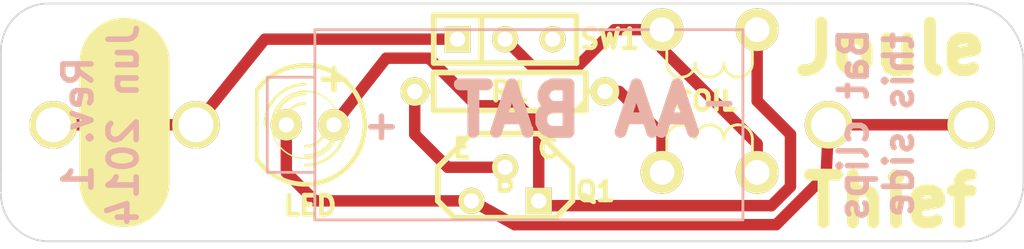
<source format=kicad_pcb>
(kicad_pcb (version 3) (host pcbnew "(2013-07-07 BZR 4022)-stable")

  (general
    (links 11)
    (no_connects 0)
    (area 127.842858 110.109 182.676001 125.52519)
    (thickness 1.6)
    (drawings 24)
    (tracks 38)
    (zones 0)
    (modules 6)
    (nets 7)
  )

  (page USLetter)
  (layers
    (15 F.Cu signal)
    (0 B.Cu signal)
    (16 B.Adhes user)
    (17 F.Adhes user)
    (18 B.Paste user)
    (19 F.Paste user)
    (20 B.SilkS user)
    (21 F.SilkS user)
    (22 B.Mask user)
    (23 F.Mask user)
    (24 Dwgs.User user)
    (25 Cmts.User user)
    (26 Eco1.User user)
    (27 Eco2.User user)
    (28 Edge.Cuts user)
  )

  (setup
    (last_trace_width 0.6096)
    (user_trace_width 0.3048)
    (user_trace_width 0.4064)
    (user_trace_width 0.6096)
    (trace_clearance 0.254)
    (zone_clearance 0.508)
    (zone_45_only no)
    (trace_min 0.254)
    (segment_width 0.2)
    (edge_width 0.1)
    (via_size 0.889)
    (via_drill 0.635)
    (via_min_size 0.889)
    (via_min_drill 0.508)
    (uvia_size 0.508)
    (uvia_drill 0.127)
    (uvias_allowed no)
    (uvia_min_size 0.508)
    (uvia_min_drill 0.127)
    (pcb_text_width 0.3)
    (pcb_text_size 1.5 1.5)
    (mod_edge_width 0.15)
    (mod_text_size 1 1)
    (mod_text_width 0.15)
    (pad_size 2.286 2.286)
    (pad_drill 1.3208)
    (pad_to_mask_clearance 0)
    (aux_axis_origin 0 0)
    (visible_elements 7FFFFFFF)
    (pcbplotparams
      (layerselection 284196865)
      (usegerberextensions true)
      (excludeedgelayer true)
      (linewidth 0.150000)
      (plotframeref false)
      (viasonmask false)
      (mode 1)
      (useauxorigin false)
      (hpglpennumber 1)
      (hpglpenspeed 20)
      (hpglpendiameter 15)
      (hpglpenoverlay 2)
      (psnegative false)
      (psa4output false)
      (plotreference true)
      (plotvalue true)
      (plotothertext true)
      (plotinvisibletext false)
      (padsonsilk false)
      (subtractmaskfromsilk false)
      (outputformat 1)
      (mirror false)
      (drillshape 0)
      (scaleselection 1)
      (outputdirectory single_side_gerbers/))
  )

  (net 0 "")
  (net 1 /GND)
  (net 2 N-000001)
  (net 3 N-000002)
  (net 4 N-000003)
  (net 5 N-000004)
  (net 6 N-000005)

  (net_class Default "This is the default net class."
    (clearance 0.254)
    (trace_width 0.254)
    (via_dia 0.889)
    (via_drill 0.635)
    (uvia_dia 0.508)
    (uvia_drill 0.127)
    (add_net "")
    (add_net /GND)
    (add_net N-000001)
    (add_net N-000002)
    (add_net N-000003)
    (add_net N-000004)
    (add_net N-000005)
  )

  (module TRANS_JOULE_THIEF (layer F.Cu) (tedit 53AC574D) (tstamp 537E53E7)
    (at 165.862 118.11 180)
    (path /536BD944)
    (fp_text reference T1 (at 0.254 -4.318 180) (layer F.SilkS) hide
      (effects (font (size 1 1) (thickness 0.15)))
    )
    (fp_text value COIL (at 0.254 1.27 180) (layer F.SilkS)
      (effects (font (size 1 1) (thickness 0.25)))
    )
    (fp_line (start 2.286 3.302) (end 2.286 4.064) (layer F.SilkS) (width 0.15))
    (fp_line (start -2.286 3.302) (end -2.286 4.064) (layer F.SilkS) (width 0.15))
    (fp_line (start 2.286 -0.762) (end 2.286 -1.524) (layer F.SilkS) (width 0.15))
    (fp_line (start -2.286 -0.762) (end -2.286 -1.524) (layer F.SilkS) (width 0.15))
    (fp_arc (start 1.524 3.302) (end 1.524 2.54) (angle 90) (layer F.SilkS) (width 0.15))
    (fp_arc (start 1.524 3.302) (end 0.762 3.302) (angle 90) (layer F.SilkS) (width 0.15))
    (fp_arc (start 0 3.302) (end 0 2.54) (angle 90) (layer F.SilkS) (width 0.15))
    (fp_arc (start 0 3.302) (end -0.762 3.302) (angle 90) (layer F.SilkS) (width 0.15))
    (fp_arc (start -1.524 3.302) (end -1.524 2.54) (angle 90) (layer F.SilkS) (width 0.15))
    (fp_arc (start -1.524 3.302) (end -2.286 3.302) (angle 90) (layer F.SilkS) (width 0.15))
    (fp_arc (start 1.524 -0.762) (end 2.286 -0.762) (angle 90) (layer F.SilkS) (width 0.15))
    (fp_arc (start 1.524 -0.762) (end 1.524 0) (angle 90) (layer F.SilkS) (width 0.15))
    (fp_arc (start 0 -0.762) (end 0.762 -0.762) (angle 90) (layer F.SilkS) (width 0.15))
    (fp_arc (start 0 -0.762) (end 0 0) (angle 90) (layer F.SilkS) (width 0.15))
    (fp_arc (start -1.524 -0.762) (end -0.762 -0.762) (angle 90) (layer F.SilkS) (width 0.15))
    (fp_arc (start -1.524 -0.762) (end -1.524 0) (angle 90) (layer F.SilkS) (width 0.15))
    (pad 1 thru_hole circle (at -2.54 -2.54 180) (size 2.286 2.286) (drill 1.3208)
      (layers *.Cu *.Mask F.SilkS)
      (net 5 N-000004)
    )
    (pad 2 thru_hole circle (at 2.54 -2.54 180) (size 2.286 2.286) (drill 1.3208)
      (layers *.Cu *.Mask F.SilkS)
      (net 4 N-000003)
    )
    (pad 3 thru_hole circle (at -2.54 5.08 180) (size 2.286 2.286) (drill 1.3208)
      (layers *.Cu *.Mask F.SilkS)
      (net 2 N-000001)
    )
    (pad 4 thru_hole circle (at 2.54 5.08 180) (size 2.286 2.286) (drill 1.3208)
      (layers *.Cu *.Mask F.SilkS)
      (net 5 N-000004)
    )
  )

  (module BAT_CLIP (layer F.Cu) (tedit 53AC568E) (tstamp 538B9F1D)
    (at 155.448 118.11)
    (path /536BD889)
    (fp_text reference BT1 (at 0 -2.54) (layer F.SilkS) hide
      (effects (font (size 1 1) (thickness 0.15)))
    )
    (fp_text value BATTERY (at 0 2.54) (layer F.SilkS) hide
      (effects (font (size 1 1) (thickness 0.15)))
    )
    (fp_line (start -10.668 -2.54) (end -13.208 -2.54) (layer B.SilkS) (width 0.15))
    (fp_line (start -13.208 -2.54) (end -13.208 2.54) (layer B.SilkS) (width 0.15))
    (fp_line (start -13.208 2.54) (end -10.668 2.54) (layer B.SilkS) (width 0.15))
    (fp_line (start -10.668 -5.08) (end -10.668 5.08) (layer B.SilkS) (width 0.15))
    (fp_line (start -10.668 5.08) (end 12.192 5.08) (layer B.SilkS) (width 0.15))
    (fp_line (start 12.192 5.08) (end 12.192 -5.08) (layer B.SilkS) (width 0.15))
    (fp_line (start 12.192 -5.08) (end -10.668 -5.08) (layer B.SilkS) (width 0.15))
    (pad 1 thru_hole circle (at -17.018 0) (size 2.54 2.54) (drill 1.8542)
      (layers *.Cu *.Mask F.SilkS)
      (net 6 N-000005)
    )
    (pad 1 thru_hole circle (at -24.638 0) (size 2.54 2.54) (drill 1.8542)
      (layers *.Cu *.Mask F.SilkS)
      (net 6 N-000005)
    )
    (pad 2 thru_hole circle (at 16.764 0) (size 2.54 2.54) (drill 1.8542)
      (layers *.Cu *.Mask F.SilkS)
      (net 1 /GND)
    )
    (pad 2 thru_hole circle (at 24.384 0) (size 2.54 2.54) (drill 1.8542)
      (layers *.Cu *.Mask F.SilkS)
      (net 1 /GND)
    )
  )

  (module TO92-123 (layer F.Cu) (tedit 54526BBC) (tstamp 537E56AD)
    (at 154.94 122.174 315)
    (descr "Transistor TO92 brochage type BC237")
    (tags "TR TO92")
    (path /536BDA18)
    (fp_text reference Q1 (at -1.27 3.81 315) (layer F.SilkS) hide
      (effects (font (size 1.016 1.016) (thickness 0.2032)))
    )
    (fp_text value PN2222A (at -0.898026 -0.898026 405) (layer F.SilkS) hide
      (effects (font (size 1.016 1.016) (thickness 0.2032)))
    )
    (fp_line (start -1.27 2.54) (end 2.54 -1.27) (layer F.SilkS) (width 0.3048))
    (fp_line (start 2.54 -1.27) (end 2.54 -2.54) (layer F.SilkS) (width 0.3048))
    (fp_line (start 2.54 -2.54) (end 1.27 -3.81) (layer F.SilkS) (width 0.3048))
    (fp_line (start 1.27 -3.81) (end -1.27 -3.81) (layer F.SilkS) (width 0.3048))
    (fp_line (start -1.27 -3.81) (end -3.81 -1.27) (layer F.SilkS) (width 0.3048))
    (fp_line (start -3.81 -1.27) (end -3.81 1.27) (layer F.SilkS) (width 0.3048))
    (fp_line (start -3.81 1.27) (end -2.54 2.54) (layer F.SilkS) (width 0.3048))
    (fp_line (start -2.54 2.54) (end -1.27 2.54) (layer F.SilkS) (width 0.3048))
    (pad 3 thru_hole rect (at 1.27 -1.27) (size 1.397 1.397) (drill 0.8128)
      (layers *.Cu *.Mask F.SilkS)
      (net 2 N-000001)
    )
    (pad 2 thru_hole circle (at -1.27 -1.27 315) (size 1.397 1.397) (drill 0.8128)
      (layers *.Cu *.Mask F.SilkS)
      (net 3 N-000002)
    )
    (pad 1 thru_hole circle (at -1.27 1.27 315) (size 1.397 1.397) (drill 0.8128)
      (layers *.Cu *.Mask F.SilkS)
      (net 1 /GND)
    )
    (model discret/to98.wrl
      (at (xyz 0 0 0))
      (scale (xyz 1 1 1))
      (rotate (xyz 0 0 0))
    )
  )

  (module R4 (layer F.Cu) (tedit 538BAA4F) (tstamp 536BE102)
    (at 155.194 116.332 180)
    (descr "Resitance 4 pas")
    (tags R)
    (path /536BD99A)
    (autoplace_cost180 10)
    (fp_text reference R1 (at 0 0 180) (layer F.SilkS)
      (effects (font (size 1.016 1.016) (thickness 0.254)))
    )
    (fp_text value 1000 (at 0 0 180) (layer F.SilkS) hide
      (effects (font (size 1.397 1.27) (thickness 0.2032)))
    )
    (fp_line (start -5.08 0) (end -4.064 0) (layer F.SilkS) (width 0.3048))
    (fp_line (start -4.064 0) (end -4.064 -1.016) (layer F.SilkS) (width 0.3048))
    (fp_line (start -4.064 -1.016) (end 4.064 -1.016) (layer F.SilkS) (width 0.3048))
    (fp_line (start 4.064 -1.016) (end 4.064 1.016) (layer F.SilkS) (width 0.3048))
    (fp_line (start 4.064 1.016) (end -4.064 1.016) (layer F.SilkS) (width 0.3048))
    (fp_line (start -4.064 1.016) (end -4.064 0) (layer F.SilkS) (width 0.3048))
    (fp_line (start -4.064 -0.508) (end -3.556 -1.016) (layer F.SilkS) (width 0.3048))
    (fp_line (start 5.08 0) (end 4.064 0) (layer F.SilkS) (width 0.3048))
    (pad 1 thru_hole circle (at -5.08 0 180) (size 1.524 1.524) (drill 0.8128)
      (layers *.Cu *.Mask F.SilkS)
      (net 4 N-000003)
    )
    (pad 2 thru_hole circle (at 5.08 0 180) (size 1.524 1.524) (drill 0.8128)
      (layers *.Cu *.Mask F.SilkS)
      (net 3 N-000002)
    )
    (model discret/resistor.wrl
      (at (xyz 0 0 0))
      (scale (xyz 0.4 0.4 0.4))
      (rotate (xyz 0 0 0))
    )
  )

  (module MICROSWITCH_SPST (layer F.Cu) (tedit 538BA215) (tstamp 538B9BF9)
    (at 154.94 113.538)
    (descr "Connecteur 3 pins")
    (tags "CONN DEV")
    (path /536BD975)
    (fp_text reference SW1 (at 5.588 0) (layer F.SilkS)
      (effects (font (size 1.016 1.016) (thickness 0.254)))
    )
    (fp_text value SPST (at 0 -2.54) (layer F.SilkS) hide
      (effects (font (size 1.016 1.016) (thickness 0.254)))
    )
    (fp_line (start -3.81 1.27) (end -3.81 -1.27) (layer F.SilkS) (width 0.3048))
    (fp_line (start -3.81 -1.27) (end 3.81 -1.27) (layer F.SilkS) (width 0.3048))
    (fp_line (start 3.81 -1.27) (end 3.81 1.27) (layer F.SilkS) (width 0.3048))
    (fp_line (start 3.81 1.27) (end -3.81 1.27) (layer F.SilkS) (width 0.3048))
    (fp_line (start -1.27 -1.27) (end -1.27 1.27) (layer F.SilkS) (width 0.3048))
    (pad 1 thru_hole rect (at -2.54 0) (size 1.397 1.397) (drill 0.8128)
      (layers *.Cu *.Mask F.SilkS)
      (net 6 N-000005)
    )
    (pad 2 thru_hole circle (at 0 0) (size 1.397 1.397) (drill 0.8128)
      (layers *.Cu *.Mask F.SilkS)
      (net 5 N-000004)
    )
    (pad 3 thru_hole circle (at 2.54 0) (size 1.397 1.397) (drill 0.8128)
      (layers *.Cu *.Mask F.SilkS)
    )
    (model device/switch_slide_straight_terminal.wrl
      (at (xyz 0 0 0))
      (scale (xyz 0.33 0.33 0.33))
      (rotate (xyz 0 0 0))
    )
  )

  (module LED-5MM (layer F.Cu) (tedit 538BAA72) (tstamp 536BE01A)
    (at 144.526 118.11 180)
    (descr "LED 5mm - Lead pitch 100mil (2,54mm)")
    (tags "LED led 5mm 5MM 100mil 2,54mm")
    (path /536BDA2F)
    (fp_text reference LED (at 0 -4.318 180) (layer F.SilkS)
      (effects (font (size 1.016 1.016) (thickness 0.254)))
    )
    (fp_text value LED (at 0 3.81 180) (layer F.SilkS) hide
      (effects (font (size 0.762 0.762) (thickness 0.0889)))
    )
    (fp_line (start 2.8448 1.905) (end 2.8448 -1.905) (layer F.SilkS) (width 0.2032))
    (fp_circle (center 0.254 0) (end -1.016 1.27) (layer F.SilkS) (width 0.0762))
    (fp_arc (start 0.254 0) (end 2.794 1.905) (angle 286.2) (layer F.SilkS) (width 0.254))
    (fp_arc (start 0.254 0) (end -0.889 0) (angle 90) (layer F.SilkS) (width 0.1524))
    (fp_arc (start 0.254 0) (end 1.397 0) (angle 90) (layer F.SilkS) (width 0.1524))
    (fp_arc (start 0.254 0) (end -1.397 0) (angle 90) (layer F.SilkS) (width 0.1524))
    (fp_arc (start 0.254 0) (end 1.905 0) (angle 90) (layer F.SilkS) (width 0.1524))
    (fp_arc (start 0.254 0) (end -1.905 0) (angle 90) (layer F.SilkS) (width 0.1524))
    (fp_arc (start 0.254 0) (end 2.413 0) (angle 90) (layer F.SilkS) (width 0.1524))
    (pad 1 thru_hole circle (at -1.27 0 180) (size 1.6764 1.6764) (drill 0.8128)
      (layers *.Cu *.Mask F.SilkS)
      (net 2 N-000001)
    )
    (pad 2 thru_hole circle (at 1.27 0 180) (size 1.6764 1.6764) (drill 0.8128)
      (layers *.Cu *.Mask F.SilkS)
      (net 1 /GND)
    )
    (model discret/leds/led5_vertical_verde.wrl
      (at (xyz 0 0 0))
      (scale (xyz 1 1 1))
      (rotate (xyz 0 0 0))
    )
  )

  (gr_line (start 128.016 121.666) (end 128.016 120.396) (angle 90) (layer Edge.Cuts) (width 0.1))
  (gr_line (start 182.626 121.158) (end 182.626 119.888) (angle 90) (layer Edge.Cuts) (width 0.1))
  (gr_text - (at 166.37 117.094 180) (layer B.SilkS)
    (effects (font (size 1.5 1.5) (thickness 0.3)) (justify mirror))
  )
  (gr_text + (at 148.336 118.11) (layer B.SilkS)
    (effects (font (size 1.5 1.5) (thickness 0.3)) (justify mirror))
  )
  (gr_text "Bat clips\nthis side" (at 174.752 118.11 90) (layer B.SilkS)
    (effects (font (size 1.5 1.5) (thickness 0.3)) (justify mirror))
  )
  (gr_text Q1 (at 159.766 121.666) (layer F.SilkS)
    (effects (font (size 1.016 1.016) (thickness 0.254)))
  )
  (gr_text "AA BAT" (at 158.75 117.348) (layer B.SilkS)
    (effects (font (size 2.54 2.54) (thickness 0.635)) (justify mirror))
  )
  (gr_text "Rev. 1\nJun 2014" (at 133.35 118.11 90) (layer B.SilkS)
    (effects (font (size 1.5 1.5) (thickness 0.3)) (justify mirror))
  )
  (gr_line (start 134.62 114.808) (end 134.62 121.158) (angle 90) (layer F.SilkS) (width 4.826) (tstamp 538BA51E))
  (gr_text Thief (at 175.514 122.174) (layer F.SilkS)
    (effects (font (size 2.54 2.54) (thickness 0.635)))
  )
  (gr_text Joule (at 175.514 114.046) (layer F.SilkS)
    (effects (font (size 2.54 2.54) (thickness 0.635)))
  )
  (gr_text + (at 145.796 115.57) (layer F.SilkS)
    (effects (font (size 1.5 1.5) (thickness 0.3)))
  )
  (gr_line (start 128.016 114.173) (end 128.016 120.523) (angle 90) (layer Edge.Cuts) (width 0.1))
  (gr_line (start 182.626 114.808) (end 182.626 119.888) (angle 90) (layer Edge.Cuts) (width 0.1))
  (gr_line (start 130.556 111.633) (end 179.451 111.633) (angle 90) (layer Edge.Cuts) (width 0.1))
  (gr_line (start 179.451 124.333) (end 130.556 124.333) (angle 90) (layer Edge.Cuts) (width 0.1))
  (gr_arc (start 179.451 121.158) (end 182.626 121.158) (angle 90) (layer Edge.Cuts) (width 0.1))
  (gr_arc (start 179.451 114.808) (end 179.451 111.633) (angle 90) (layer Edge.Cuts) (width 0.1))
  (gr_arc (start 130.556 121.793) (end 130.556 124.333) (angle 90) (layer Edge.Cuts) (width 0.1))
  (gr_arc (start 130.556 114.173) (end 128.016 114.173) (angle 90) (layer Edge.Cuts) (width 0.1))
  (gr_text B (at 154.94 121.158) (layer F.SilkS)
    (effects (font (size 1.016 1.016) (thickness 0.254)))
  )
  (gr_text C (at 157.226 119.38) (layer F.SilkS)
    (effects (font (size 1.016 1.016) (thickness 0.254)))
  )
  (gr_text E (at 152.654 119.38) (layer F.SilkS)
    (effects (font (size 1.016 1.016) (thickness 0.254)))
  )
  (gr_circle (center 144.635 118.127) (end 143.635 123.127) (layer Dwgs.User) (width 0.2))

  (segment (start 143.256 118.11) (end 143.256 120.65) (width 0.6096) (layer F.Cu) (net 1))
  (segment (start 144.78 122.174) (end 153.143949 122.174) (width 0.6096) (layer F.Cu) (net 1) (tstamp 54526C19))
  (segment (start 143.256 120.65) (end 144.78 122.174) (width 0.6096) (layer F.Cu) (net 1) (tstamp 54526C18))
  (segment (start 153.143949 122.174) (end 153.162 122.174) (width 0.6096) (layer F.Cu) (net 1) (status 30))
  (segment (start 172.085 120.777) (end 172.212 118.11) (width 0.6096) (layer F.Cu) (net 1) (tstamp 54526A9B) (status 20))
  (segment (start 169.418 123.444) (end 172.085 120.777) (width 0.6096) (layer F.Cu) (net 1) (tstamp 54526A94))
  (segment (start 155.448 123.444) (end 169.418 123.444) (width 0.6096) (layer F.Cu) (net 1) (tstamp 54526A8E))
  (segment (start 153.162 122.174) (end 155.448 123.444) (width 0.6096) (layer F.Cu) (net 1) (tstamp 54526A8C) (status 10))
  (segment (start 179.832 118.11) (end 172.212 118.11) (width 0.6096) (layer F.Cu) (net 1) (status 30))
  (segment (start 156.736051 122.174) (end 156.736051 122.446051) (width 0.6096) (layer F.Cu) (net 2) (status 30))
  (segment (start 168.402 116.84) (end 168.402 113.03) (width 0.6096) (layer F.Cu) (net 2) (tstamp 54526A88))
  (segment (start 170.18 118.618) (end 168.402 116.84) (width 0.6096) (layer F.Cu) (net 2) (tstamp 54526A86))
  (segment (start 170.18 121.412) (end 170.18 118.618) (width 0.6096) (layer F.Cu) (net 2) (tstamp 54526A84))
  (segment (start 169.164 122.428) (end 170.18 121.412) (width 0.6096) (layer F.Cu) (net 2) (tstamp 54526A7F))
  (segment (start 157.734 122.428) (end 169.164 122.428) (width 0.6096) (layer F.Cu) (net 2) (tstamp 54526A7B))
  (segment (start 156.736051 122.446051) (end 157.734 122.428) (width 0.6096) (layer F.Cu) (net 2) (tstamp 54526A75) (status 10))
  (segment (start 145.796 118.11) (end 148.59 114.554) (width 0.6096) (layer F.Cu) (net 2) (status 10))
  (segment (start 156.736051 118.128051) (end 156.736051 122.174) (width 0.6096) (layer F.Cu) (net 2) (tstamp 545269E7) (status 20))
  (segment (start 155.702 117.094) (end 156.736051 118.128051) (width 0.6096) (layer F.Cu) (net 2) (tstamp 545269E4))
  (segment (start 153.416 117.094) (end 155.702 117.094) (width 0.6096) (layer F.Cu) (net 2) (tstamp 545269E2))
  (segment (start 150.876 114.554) (end 153.416 117.094) (width 0.6096) (layer F.Cu) (net 2) (tstamp 545269E1))
  (segment (start 148.59 114.554) (end 150.876 114.554) (width 0.6096) (layer F.Cu) (net 2) (tstamp 545269E0))
  (segment (start 150.114 116.332) (end 150.114 118.618) (width 0.6096) (layer F.Cu) (net 3))
  (segment (start 151.873949 120.377949) (end 154.94 120.377949) (width 0.6096) (layer F.Cu) (net 3) (tstamp 54526C1D))
  (segment (start 150.114 118.618) (end 151.873949 120.377949) (width 0.6096) (layer F.Cu) (net 3) (tstamp 54526C1C))
  (segment (start 160.274 116.332) (end 161.036 116.332) (width 0.6096) (layer F.Cu) (net 4))
  (segment (start 163.322 118.618) (end 163.322 120.65) (width 0.6096) (layer F.Cu) (net 4) (tstamp 54526A6C))
  (segment (start 161.036 116.332) (end 163.322 118.618) (width 0.6096) (layer F.Cu) (net 4) (tstamp 54526A6A))
  (segment (start 163.322 113.03) (end 163.322 114.046) (width 0.6096) (layer F.Cu) (net 5))
  (segment (start 168.402 119.126) (end 168.402 120.65) (width 0.6096) (layer F.Cu) (net 5) (tstamp 54526A67))
  (segment (start 163.322 114.046) (end 168.402 119.126) (width 0.6096) (layer F.Cu) (net 5) (tstamp 54526A66))
  (segment (start 154.94 113.538) (end 156.464 115.062) (width 0.6096) (layer F.Cu) (net 5))
  (segment (start 160.782 113.03) (end 163.322 113.03) (width 0.6096) (layer F.Cu) (net 5) (tstamp 54526A63))
  (segment (start 158.75 115.062) (end 160.782 113.03) (width 0.6096) (layer F.Cu) (net 5) (tstamp 54526A62))
  (segment (start 156.464 115.062) (end 158.75 115.062) (width 0.6096) (layer F.Cu) (net 5) (tstamp 54526A61))
  (segment (start 152.4 113.538) (end 142.113 113.538) (width 0.6096) (layer F.Cu) (net 6))
  (segment (start 142.113 113.538) (end 138.43 118.11) (width 0.6096) (layer F.Cu) (net 6) (tstamp 545269D4) (status 20))
  (segment (start 130.81 118.11) (end 138.43 118.11) (width 0.6096) (layer F.Cu) (net 6) (status 30))

)

</source>
